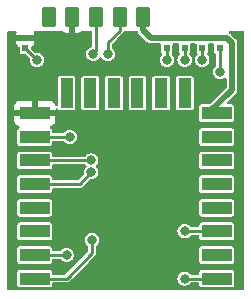
<source format=gbr>
%TF.GenerationSoftware,KiCad,Pcbnew,7.0.10-7.0.10~ubuntu22.04.1*%
%TF.CreationDate,2024-01-12T01:12:04+11:00*%
%TF.ProjectId,Zemismart-ZM25TQ-TYW-ESP8266-Direct-Board,5a656d69-736d-4617-9274-2d5a4d323554,1*%
%TF.SameCoordinates,Original*%
%TF.FileFunction,Copper,L1,Top*%
%TF.FilePolarity,Positive*%
%FSLAX46Y46*%
G04 Gerber Fmt 4.6, Leading zero omitted, Abs format (unit mm)*
G04 Created by KiCad (PCBNEW 7.0.10-7.0.10~ubuntu22.04.1) date 2024-01-12 01:12:04*
%MOMM*%
%LPD*%
G01*
G04 APERTURE LIST*
G04 Aperture macros list*
%AMRoundRect*
0 Rectangle with rounded corners*
0 $1 Rounding radius*
0 $2 $3 $4 $5 $6 $7 $8 $9 X,Y pos of 4 corners*
0 Add a 4 corners polygon primitive as box body*
4,1,4,$2,$3,$4,$5,$6,$7,$8,$9,$2,$3,0*
0 Add four circle primitives for the rounded corners*
1,1,$1+$1,$2,$3*
1,1,$1+$1,$4,$5*
1,1,$1+$1,$6,$7*
1,1,$1+$1,$8,$9*
0 Add four rect primitives between the rounded corners*
20,1,$1+$1,$2,$3,$4,$5,0*
20,1,$1+$1,$4,$5,$6,$7,0*
20,1,$1+$1,$6,$7,$8,$9,0*
20,1,$1+$1,$8,$9,$2,$3,0*%
G04 Aperture macros list end*
%TA.AperFunction,SMDPad,CuDef*%
%ADD10R,0.540005X0.565659*%
%TD*%
%TA.AperFunction,ComponentPad*%
%ADD11RoundRect,0.250000X-0.350000X-0.625000X0.350000X-0.625000X0.350000X0.625000X-0.350000X0.625000X0*%
%TD*%
%TA.AperFunction,SMDPad,CuDef*%
%ADD12R,2.500000X1.100000*%
%TD*%
%TA.AperFunction,SMDPad,CuDef*%
%ADD13R,1.100000X2.500000*%
%TD*%
%TA.AperFunction,ViaPad*%
%ADD14C,0.800000*%
%TD*%
%TA.AperFunction,Conductor*%
%ADD15C,0.500000*%
%TD*%
%TA.AperFunction,Conductor*%
%ADD16C,0.250000*%
%TD*%
G04 APERTURE END LIST*
D10*
%TO.P,R1,1,1*%
%TO.N,VCC*%
X153500000Y-86634366D03*
%TO.P,R1,2,2*%
%TO.N,Net-(U1-REST)*%
X153500000Y-87500000D03*
%TD*%
%TO.P,R3,1,1*%
%TO.N,VCC*%
X152000000Y-86634366D03*
%TO.P,R3,2,2*%
%TO.N,Net-(U1-GPIO0)*%
X152000000Y-87500000D03*
%TD*%
%TO.P,R2,1,1*%
%TO.N,VCC*%
X155000000Y-86634366D03*
%TO.P,R2,2,2*%
%TO.N,Net-(U1-CH_PD)*%
X155000000Y-87500000D03*
%TD*%
D11*
%TO.P,J1,1,NC*%
%TO.N,unconnected-(J1-NC-Pad1)*%
X140494000Y-84836000D03*
%TO.P,J1,2,GND*%
%TO.N,GND*%
X142494000Y-84836000D03*
%TO.P,J1,3,TX*%
%TO.N,Net-(J1-TX)*%
X144494000Y-84836000D03*
%TO.P,J1,4,RX*%
%TO.N,Net-(J1-RX)*%
X146494000Y-84836000D03*
%TO.P,J1,5,3V3*%
%TO.N,VCC*%
X148494000Y-84836000D03*
%TD*%
D12*
%TO.P,U1,1,REST*%
%TO.N,Net-(U1-REST)*%
X154700000Y-107000000D03*
%TO.P,U1,2,ADC*%
%TO.N,unconnected-(U1-ADC-Pad2)*%
X154700000Y-105000000D03*
%TO.P,U1,3,CH_PD*%
%TO.N,Net-(U1-CH_PD)*%
X154700000Y-103000000D03*
%TO.P,U1,4,GPIO16*%
%TO.N,unconnected-(U1-GPIO16-Pad4)*%
X154700000Y-101000000D03*
%TO.P,U1,5,GPIO14*%
%TO.N,unconnected-(U1-GPIO14-Pad5)*%
X154700000Y-99000000D03*
%TO.P,U1,6,GPIO12*%
%TO.N,unconnected-(U1-GPIO12-Pad6)*%
X154700000Y-97000000D03*
%TO.P,U1,7,GPIO13*%
%TO.N,unconnected-(U1-GPIO13-Pad7)*%
X154700000Y-95000000D03*
%TO.P,U1,8,VCC*%
%TO.N,VCC*%
X154700000Y-93000000D03*
%TO.P,U1,9,GND*%
%TO.N,GND*%
X139300000Y-93000000D03*
%TO.P,U1,10,GPIO15*%
%TO.N,Net-(U1-GPIO15)*%
X139300000Y-95000000D03*
%TO.P,U1,11,GPIO2*%
%TO.N,Net-(U1-GPIO2)*%
X139300000Y-97000000D03*
%TO.P,U1,12,GPIO0*%
%TO.N,Net-(U1-GPIO0)*%
X139300000Y-99000000D03*
%TO.P,U1,13,GPIO4*%
%TO.N,unconnected-(U1-GPIO4-Pad13)*%
X139300000Y-101000000D03*
%TO.P,U1,14,GPIO5*%
%TO.N,unconnected-(U1-GPIO5-Pad14)*%
X139300000Y-103000000D03*
%TO.P,U1,15,RXD*%
%TO.N,Net-(J1-RX)*%
X139300000Y-105000000D03*
%TO.P,U1,16,TXD*%
%TO.N,Net-(J1-TX)*%
X139300000Y-107000000D03*
D13*
%TO.P,U1,17,CS0*%
%TO.N,unconnected-(U1-CS0-Pad17)*%
X152010000Y-91300000D03*
%TO.P,U1,18,MISO*%
%TO.N,unconnected-(U1-MISO-Pad18)*%
X150010000Y-91300000D03*
%TO.P,U1,19,GPIO9*%
%TO.N,unconnected-(U1-GPIO9-Pad19)*%
X148010000Y-91300000D03*
%TO.P,U1,20,GPIO10*%
%TO.N,unconnected-(U1-GPIO10-Pad20)*%
X146010000Y-91300000D03*
%TO.P,U1,21,MOSI*%
%TO.N,unconnected-(U1-MOSI-Pad21)*%
X144010000Y-91300000D03*
%TO.P,U1,22,SCLK*%
%TO.N,unconnected-(U1-SCLK-Pad22)*%
X142010000Y-91300000D03*
%TD*%
D10*
%TO.P,R5,1,1*%
%TO.N,GND*%
X138500000Y-86634366D03*
%TO.P,R5,2,2*%
%TO.N,Net-(U1-GPIO15)*%
X138500000Y-87500000D03*
%TD*%
%TO.P,R4,1,1*%
%TO.N,VCC*%
X150500000Y-86634366D03*
%TO.P,R4,2,2*%
%TO.N,Net-(U1-GPIO2)*%
X150500000Y-87500000D03*
%TD*%
D14*
%TO.N,Net-(J1-TX)*%
X144152000Y-103737347D03*
X144275926Y-87988660D03*
%TO.N,Net-(J1-RX)*%
X145500000Y-88000000D03*
X142000000Y-105000000D03*
%TO.N,Net-(U1-REST)*%
X153500000Y-88500000D03*
X152000000Y-107000000D03*
%TO.N,Net-(U1-CH_PD)*%
X155000000Y-89500000D03*
X152000000Y-103000000D03*
%TO.N,Net-(U1-GPIO0)*%
X152000000Y-88500000D03*
X144102000Y-98000000D03*
%TO.N,Net-(U1-GPIO2)*%
X144102000Y-97000000D03*
X150500000Y-88500000D03*
%TO.N,Net-(U1-GPIO15)*%
X142275000Y-95000000D03*
X139500000Y-88500000D03*
%TD*%
D15*
%TO.N,GND*%
X142494000Y-86494000D02*
X142500000Y-86500000D01*
X142494000Y-84836000D02*
X142494000Y-86494000D01*
D16*
%TO.N,Net-(J1-TX)*%
X144152000Y-103737347D02*
X144152000Y-104848000D01*
X144275926Y-87988660D02*
X144494000Y-87770586D01*
X142000000Y-107000000D02*
X140000000Y-107000000D01*
X144152000Y-104848000D02*
X142000000Y-107000000D01*
X144494000Y-87770586D02*
X144494000Y-84836000D01*
%TO.N,Net-(J1-RX)*%
X145500000Y-88000000D02*
X145500000Y-87000000D01*
X145500000Y-87000000D02*
X146494000Y-86006000D01*
X142000000Y-105000000D02*
X140000000Y-105000000D01*
X146494000Y-86006000D02*
X146494000Y-84836000D01*
D15*
%TO.N,VCC*%
X153500000Y-86634366D02*
X155587197Y-86634366D01*
X156000000Y-91000000D02*
X154000000Y-93000000D01*
X149134366Y-86634366D02*
X148494000Y-85994000D01*
X152000000Y-86634366D02*
X153500000Y-86634366D01*
X150500000Y-86634366D02*
X152000000Y-86634366D01*
X156000000Y-87047169D02*
X156000000Y-91000000D01*
X150500000Y-86634366D02*
X149134366Y-86634366D01*
X155587197Y-86634366D02*
X156000000Y-87047169D01*
X148494000Y-85994000D02*
X148494000Y-84836000D01*
D16*
%TO.N,Net-(U1-REST)*%
X153500000Y-87500000D02*
X153500000Y-88500000D01*
X152000000Y-107000000D02*
X154000000Y-107000000D01*
%TO.N,Net-(U1-CH_PD)*%
X152000000Y-103000000D02*
X154000000Y-103000000D01*
X155000000Y-87500000D02*
X155000000Y-89500000D01*
%TO.N,Net-(U1-GPIO0)*%
X152000000Y-87500000D02*
X152000000Y-88500000D01*
X143102000Y-99000000D02*
X140000000Y-99000000D01*
X144102000Y-98000000D02*
X143102000Y-99000000D01*
%TO.N,Net-(U1-GPIO2)*%
X144102000Y-97000000D02*
X140000000Y-97000000D01*
X150500000Y-87500000D02*
X150500000Y-88500000D01*
%TO.N,Net-(U1-GPIO15)*%
X138500000Y-87500000D02*
X139500000Y-88500000D01*
X142275000Y-95000000D02*
X140000000Y-95000000D01*
%TD*%
%TA.AperFunction,Conductor*%
%TO.N,GND*%
G36*
X137715910Y-86019685D02*
G01*
X137761665Y-86072489D01*
X137771609Y-86141647D01*
X137765053Y-86167333D01*
X137736400Y-86244155D01*
X137736398Y-86244163D01*
X137729997Y-86303691D01*
X137729997Y-86384366D01*
X139270003Y-86384366D01*
X139270003Y-86303708D01*
X139270002Y-86303691D01*
X139263601Y-86244163D01*
X139263599Y-86244155D01*
X139234947Y-86167333D01*
X139229963Y-86097641D01*
X139263449Y-86036318D01*
X139324772Y-86002834D01*
X139351129Y-86000000D01*
X141570977Y-86000000D01*
X141638016Y-86019685D01*
X141658658Y-86036319D01*
X141675654Y-86053315D01*
X141824875Y-86145356D01*
X141824880Y-86145358D01*
X141991302Y-86200505D01*
X141991309Y-86200506D01*
X142094019Y-86210999D01*
X142243999Y-86210999D01*
X142244000Y-86210998D01*
X142244000Y-86000000D01*
X142744000Y-86000000D01*
X142744000Y-86210999D01*
X142893972Y-86210999D01*
X142893986Y-86210998D01*
X142996697Y-86200505D01*
X143163119Y-86145358D01*
X143163124Y-86145356D01*
X143312345Y-86053315D01*
X143329342Y-86036319D01*
X143390665Y-86002834D01*
X143417023Y-86000000D01*
X144044500Y-86000000D01*
X144111539Y-86019685D01*
X144157294Y-86072489D01*
X144168500Y-86124000D01*
X144168500Y-87300326D01*
X144148815Y-87367365D01*
X144096011Y-87413120D01*
X144091953Y-87414887D01*
X143973086Y-87464123D01*
X143847644Y-87560378D01*
X143751389Y-87685820D01*
X143690882Y-87831897D01*
X143690881Y-87831899D01*
X143670244Y-87988658D01*
X143670244Y-87988661D01*
X143690881Y-88145420D01*
X143690882Y-88145422D01*
X143751390Y-88291501D01*
X143847644Y-88416942D01*
X143973085Y-88513196D01*
X144119164Y-88573704D01*
X144197545Y-88584023D01*
X144275925Y-88594342D01*
X144275926Y-88594342D01*
X144275927Y-88594342D01*
X144328180Y-88587462D01*
X144432688Y-88573704D01*
X144578767Y-88513196D01*
X144704208Y-88416942D01*
X144785237Y-88311341D01*
X144841664Y-88270140D01*
X144911410Y-88265985D01*
X144972330Y-88300197D01*
X144981988Y-88311343D01*
X145063016Y-88416942D01*
X145071718Y-88428282D01*
X145197159Y-88524536D01*
X145343238Y-88585044D01*
X145413864Y-88594342D01*
X145499999Y-88605682D01*
X145500000Y-88605682D01*
X145500001Y-88605682D01*
X145586136Y-88594342D01*
X145656762Y-88585044D01*
X145802841Y-88524536D01*
X145928282Y-88428282D01*
X146024536Y-88302841D01*
X146085044Y-88156762D01*
X146105682Y-88000000D01*
X146103487Y-87983330D01*
X146085044Y-87843239D01*
X146085044Y-87843238D01*
X146024536Y-87697159D01*
X145928282Y-87571718D01*
X145928280Y-87571716D01*
X145928279Y-87571715D01*
X145874012Y-87530074D01*
X145832810Y-87473646D01*
X145825500Y-87431699D01*
X145825500Y-87186188D01*
X145845185Y-87119149D01*
X145861819Y-87098507D01*
X146285193Y-86675133D01*
X146710296Y-86250029D01*
X146718249Y-86242741D01*
X146747194Y-86218455D01*
X146766082Y-86185738D01*
X146771881Y-86176635D01*
X146793554Y-86145684D01*
X146793554Y-86145681D01*
X146795819Y-86140824D01*
X146802747Y-86124099D01*
X146804586Y-86119048D01*
X146804588Y-86119045D01*
X146807511Y-86102468D01*
X146838538Y-86039865D01*
X146898485Y-86003974D01*
X146929627Y-86000000D01*
X147932605Y-86000000D01*
X147999644Y-86019685D01*
X148045399Y-86072489D01*
X148055220Y-86105518D01*
X148058652Y-86128291D01*
X148061162Y-86136427D01*
X148063976Y-86144470D01*
X148063976Y-86144471D01*
X148063977Y-86144472D01*
X148084797Y-86183866D01*
X148090688Y-86195011D01*
X148092776Y-86199149D01*
X148117574Y-86250641D01*
X148122362Y-86257665D01*
X148127431Y-86264532D01*
X148127434Y-86264538D01*
X148127438Y-86264542D01*
X148167846Y-86304950D01*
X148171063Y-86308289D01*
X148209947Y-86350196D01*
X148217210Y-86355988D01*
X148216689Y-86356641D01*
X148228930Y-86366034D01*
X148792996Y-86930099D01*
X148802261Y-86940466D01*
X148824487Y-86968336D01*
X148824489Y-86968338D01*
X148871729Y-87000546D01*
X148875511Y-87003229D01*
X148921484Y-87037159D01*
X148929031Y-87041147D01*
X148936688Y-87044834D01*
X148936693Y-87044838D01*
X148991349Y-87061696D01*
X148995708Y-87063131D01*
X149049666Y-87082012D01*
X149049671Y-87082012D01*
X149058064Y-87083600D01*
X149066461Y-87084866D01*
X149066464Y-87084866D01*
X149123627Y-87084866D01*
X149128264Y-87084953D01*
X149185375Y-87087090D01*
X149185375Y-87087089D01*
X149185376Y-87087090D01*
X149185376Y-87087089D01*
X149194609Y-87086050D01*
X149194702Y-87086879D01*
X149210002Y-87084866D01*
X149905497Y-87084866D01*
X149972536Y-87104551D01*
X150018291Y-87157355D01*
X150029497Y-87208866D01*
X150029497Y-87802582D01*
X150041128Y-87861059D01*
X150041129Y-87861060D01*
X150081240Y-87921090D01*
X150102118Y-87987767D01*
X150083634Y-88055148D01*
X150076514Y-88065467D01*
X149975464Y-88197157D01*
X149914956Y-88343237D01*
X149914955Y-88343239D01*
X149894318Y-88499998D01*
X149894318Y-88500001D01*
X149914955Y-88656760D01*
X149914956Y-88656762D01*
X149975464Y-88802841D01*
X150071718Y-88928282D01*
X150197159Y-89024536D01*
X150343238Y-89085044D01*
X150421619Y-89095363D01*
X150499999Y-89105682D01*
X150500000Y-89105682D01*
X150500001Y-89105682D01*
X150552254Y-89098802D01*
X150656762Y-89085044D01*
X150802841Y-89024536D01*
X150928282Y-88928282D01*
X151024536Y-88802841D01*
X151085044Y-88656762D01*
X151105682Y-88500000D01*
X151085044Y-88343238D01*
X151024536Y-88197159D01*
X150928282Y-88071718D01*
X150928279Y-88071715D01*
X150923485Y-88065468D01*
X150898291Y-88000298D01*
X150912329Y-87931854D01*
X150918760Y-87921089D01*
X150958870Y-87861061D01*
X150958871Y-87861059D01*
X150970502Y-87802582D01*
X150970503Y-87802580D01*
X150970503Y-87208866D01*
X150990188Y-87141827D01*
X151042992Y-87096072D01*
X151094503Y-87084866D01*
X151405497Y-87084866D01*
X151472536Y-87104551D01*
X151518291Y-87157355D01*
X151529497Y-87208866D01*
X151529497Y-87802582D01*
X151541128Y-87861059D01*
X151541129Y-87861060D01*
X151581240Y-87921090D01*
X151602118Y-87987767D01*
X151583634Y-88055148D01*
X151576514Y-88065467D01*
X151475464Y-88197157D01*
X151414956Y-88343237D01*
X151414955Y-88343239D01*
X151394318Y-88499998D01*
X151394318Y-88500001D01*
X151414955Y-88656760D01*
X151414956Y-88656762D01*
X151475464Y-88802841D01*
X151571718Y-88928282D01*
X151697159Y-89024536D01*
X151843238Y-89085044D01*
X151921619Y-89095363D01*
X151999999Y-89105682D01*
X152000000Y-89105682D01*
X152000001Y-89105682D01*
X152052254Y-89098802D01*
X152156762Y-89085044D01*
X152302841Y-89024536D01*
X152428282Y-88928282D01*
X152524536Y-88802841D01*
X152585044Y-88656762D01*
X152605682Y-88500000D01*
X152585044Y-88343238D01*
X152524536Y-88197159D01*
X152428282Y-88071718D01*
X152428279Y-88071715D01*
X152423485Y-88065468D01*
X152398291Y-88000298D01*
X152412329Y-87931854D01*
X152418760Y-87921089D01*
X152458870Y-87861061D01*
X152458871Y-87861059D01*
X152470502Y-87802582D01*
X152470503Y-87802580D01*
X152470503Y-87208866D01*
X152490188Y-87141827D01*
X152542992Y-87096072D01*
X152594503Y-87084866D01*
X152905497Y-87084866D01*
X152972536Y-87104551D01*
X153018291Y-87157355D01*
X153029497Y-87208866D01*
X153029497Y-87802582D01*
X153041128Y-87861059D01*
X153041129Y-87861060D01*
X153081240Y-87921090D01*
X153102118Y-87987767D01*
X153083634Y-88055148D01*
X153076514Y-88065467D01*
X152975464Y-88197157D01*
X152914956Y-88343237D01*
X152914955Y-88343239D01*
X152894318Y-88499998D01*
X152894318Y-88500001D01*
X152914955Y-88656760D01*
X152914956Y-88656762D01*
X152975464Y-88802841D01*
X153071718Y-88928282D01*
X153197159Y-89024536D01*
X153343238Y-89085044D01*
X153421619Y-89095363D01*
X153499999Y-89105682D01*
X153500000Y-89105682D01*
X153500001Y-89105682D01*
X153552254Y-89098802D01*
X153656762Y-89085044D01*
X153802841Y-89024536D01*
X153928282Y-88928282D01*
X154024536Y-88802841D01*
X154085044Y-88656762D01*
X154105682Y-88500000D01*
X154085044Y-88343238D01*
X154024536Y-88197159D01*
X153928282Y-88071718D01*
X153928279Y-88071715D01*
X153923485Y-88065468D01*
X153898291Y-88000298D01*
X153912329Y-87931854D01*
X153918760Y-87921089D01*
X153958870Y-87861061D01*
X153958871Y-87861059D01*
X153970502Y-87802582D01*
X153970503Y-87802580D01*
X153970503Y-87208866D01*
X153990188Y-87141827D01*
X154042992Y-87096072D01*
X154094503Y-87084866D01*
X154405497Y-87084866D01*
X154472536Y-87104551D01*
X154518291Y-87157355D01*
X154529497Y-87208866D01*
X154529497Y-87802582D01*
X154541128Y-87861059D01*
X154541129Y-87861060D01*
X154581241Y-87921090D01*
X154585445Y-87927382D01*
X154619391Y-87950064D01*
X154664196Y-88003675D01*
X154674500Y-88053166D01*
X154674500Y-88931699D01*
X154654815Y-88998738D01*
X154625988Y-89030074D01*
X154571720Y-89071715D01*
X154475463Y-89197160D01*
X154414956Y-89343237D01*
X154414955Y-89343239D01*
X154394318Y-89499998D01*
X154394318Y-89500001D01*
X154414955Y-89656760D01*
X154414956Y-89656762D01*
X154475464Y-89802841D01*
X154571718Y-89928282D01*
X154697159Y-90024536D01*
X154843238Y-90085044D01*
X154855931Y-90086715D01*
X154999999Y-90105682D01*
X155000000Y-90105682D01*
X155000001Y-90105682D01*
X155052254Y-90098802D01*
X155156762Y-90085044D01*
X155302841Y-90024536D01*
X155350014Y-89988338D01*
X155415183Y-89963145D01*
X155483627Y-89977183D01*
X155533617Y-90025997D01*
X155549500Y-90086715D01*
X155549500Y-90762035D01*
X155529815Y-90829074D01*
X155513181Y-90849716D01*
X154149716Y-92213181D01*
X154088393Y-92246666D01*
X154062035Y-92249500D01*
X153430247Y-92249500D01*
X153371770Y-92261131D01*
X153371769Y-92261132D01*
X153305447Y-92305447D01*
X153261132Y-92371769D01*
X153261131Y-92371770D01*
X153249500Y-92430247D01*
X153249500Y-93569752D01*
X153261131Y-93628229D01*
X153261132Y-93628230D01*
X153305447Y-93694552D01*
X153371769Y-93738867D01*
X153371770Y-93738868D01*
X153430247Y-93750499D01*
X153430250Y-93750500D01*
X153430252Y-93750500D01*
X155969750Y-93750500D01*
X155969751Y-93750499D01*
X155984568Y-93747552D01*
X156028229Y-93738868D01*
X156028229Y-93738867D01*
X156028231Y-93738867D01*
X156094552Y-93694552D01*
X156138867Y-93628231D01*
X156138867Y-93628229D01*
X156138868Y-93628229D01*
X156150499Y-93569752D01*
X156150500Y-93569750D01*
X156150500Y-92430249D01*
X156150499Y-92430247D01*
X156138868Y-92371770D01*
X156138867Y-92371769D01*
X156094552Y-92305447D01*
X156028230Y-92261132D01*
X156028229Y-92261131D01*
X155969752Y-92249500D01*
X155969748Y-92249500D01*
X155686965Y-92249500D01*
X155619926Y-92229815D01*
X155574171Y-92177011D01*
X155564227Y-92107853D01*
X155593252Y-92044297D01*
X155599284Y-92037819D01*
X155729787Y-91907314D01*
X156295744Y-91341357D01*
X156306093Y-91332109D01*
X156333970Y-91309879D01*
X156366198Y-91262607D01*
X156368812Y-91258923D01*
X156402793Y-91212882D01*
X156402793Y-91212879D01*
X156402795Y-91212878D01*
X156406787Y-91205324D01*
X156410471Y-91197675D01*
X156427324Y-91143035D01*
X156428762Y-91138662D01*
X156447646Y-91084699D01*
X156447646Y-91084696D01*
X156449232Y-91076311D01*
X156450500Y-91067904D01*
X156450500Y-91010738D01*
X156450587Y-91006100D01*
X156452724Y-90948992D01*
X156451684Y-90939761D01*
X156452513Y-90939667D01*
X156450500Y-90924366D01*
X156450500Y-87079430D01*
X156451280Y-87065545D01*
X156451716Y-87061681D01*
X156455270Y-87030134D01*
X156444637Y-86973939D01*
X156443864Y-86969386D01*
X156443209Y-86965040D01*
X156435348Y-86912882D01*
X156435347Y-86912880D01*
X156435347Y-86912878D01*
X156432831Y-86904721D01*
X156430024Y-86896697D01*
X156403306Y-86846146D01*
X156401215Y-86842004D01*
X156376424Y-86790525D01*
X156371642Y-86783511D01*
X156366567Y-86776635D01*
X156366566Y-86776632D01*
X156326165Y-86736231D01*
X156322947Y-86732890D01*
X156284060Y-86690978D01*
X156276792Y-86685183D01*
X156277312Y-86684530D01*
X156265067Y-86675133D01*
X155928565Y-86338631D01*
X155919299Y-86328263D01*
X155903370Y-86308289D01*
X155897076Y-86300396D01*
X155897075Y-86300395D01*
X155897074Y-86300394D01*
X155871547Y-86282990D01*
X155849830Y-86268184D01*
X155846066Y-86265513D01*
X155792602Y-86226054D01*
X155794101Y-86224022D01*
X155753902Y-86184907D01*
X155738120Y-86116844D01*
X155761641Y-86051052D01*
X155816997Y-86008421D01*
X155861913Y-86000000D01*
X156875500Y-86000000D01*
X156942539Y-86019685D01*
X156988294Y-86072489D01*
X156999500Y-86124000D01*
X156999500Y-107875500D01*
X156979815Y-107942539D01*
X156927011Y-107988294D01*
X156875500Y-107999500D01*
X137124500Y-107999500D01*
X137057461Y-107979815D01*
X137011706Y-107927011D01*
X137000500Y-107875500D01*
X137000500Y-107569752D01*
X137849500Y-107569752D01*
X137861131Y-107628229D01*
X137861132Y-107628230D01*
X137905447Y-107694552D01*
X137971769Y-107738867D01*
X137971770Y-107738868D01*
X138030247Y-107750499D01*
X138030250Y-107750500D01*
X138030252Y-107750500D01*
X140569750Y-107750500D01*
X140569751Y-107750499D01*
X140584568Y-107747552D01*
X140628229Y-107738868D01*
X140628229Y-107738867D01*
X140628231Y-107738867D01*
X140694552Y-107694552D01*
X140738867Y-107628231D01*
X140738867Y-107628229D01*
X140738868Y-107628229D01*
X140750499Y-107569752D01*
X140750500Y-107569750D01*
X140750500Y-107449500D01*
X140770185Y-107382461D01*
X140822989Y-107336706D01*
X140874500Y-107325500D01*
X141980372Y-107325500D01*
X141991180Y-107325971D01*
X142028807Y-107329264D01*
X142065319Y-107319479D01*
X142075830Y-107317149D01*
X142113045Y-107310588D01*
X142113050Y-107310584D01*
X142118099Y-107308747D01*
X142134824Y-107301819D01*
X142139681Y-107299554D01*
X142139684Y-107299554D01*
X142170625Y-107277887D01*
X142179744Y-107272079D01*
X142212455Y-107253194D01*
X142212457Y-107253192D01*
X142236736Y-107224256D01*
X142244036Y-107216288D01*
X142460323Y-107000001D01*
X151394318Y-107000001D01*
X151414955Y-107156760D01*
X151414956Y-107156762D01*
X151465130Y-107277894D01*
X151475464Y-107302841D01*
X151571718Y-107428282D01*
X151697159Y-107524536D01*
X151843238Y-107585044D01*
X151921619Y-107595363D01*
X151999999Y-107605682D01*
X152000000Y-107605682D01*
X152000001Y-107605682D01*
X152052254Y-107598802D01*
X152156762Y-107585044D01*
X152302841Y-107524536D01*
X152428282Y-107428282D01*
X152469923Y-107374013D01*
X152526351Y-107332811D01*
X152568299Y-107325500D01*
X153125500Y-107325500D01*
X153192539Y-107345185D01*
X153238294Y-107397989D01*
X153249500Y-107449500D01*
X153249500Y-107569752D01*
X153261131Y-107628229D01*
X153261132Y-107628230D01*
X153305447Y-107694552D01*
X153371769Y-107738867D01*
X153371770Y-107738868D01*
X153430247Y-107750499D01*
X153430250Y-107750500D01*
X153430252Y-107750500D01*
X155969750Y-107750500D01*
X155969751Y-107750499D01*
X155984568Y-107747552D01*
X156028229Y-107738868D01*
X156028229Y-107738867D01*
X156028231Y-107738867D01*
X156094552Y-107694552D01*
X156138867Y-107628231D01*
X156138867Y-107628229D01*
X156138868Y-107628229D01*
X156150499Y-107569752D01*
X156150500Y-107569750D01*
X156150500Y-106430249D01*
X156150499Y-106430247D01*
X156138868Y-106371770D01*
X156138867Y-106371769D01*
X156094552Y-106305447D01*
X156028230Y-106261132D01*
X156028229Y-106261131D01*
X155969752Y-106249500D01*
X155969748Y-106249500D01*
X153430252Y-106249500D01*
X153430247Y-106249500D01*
X153371770Y-106261131D01*
X153371769Y-106261132D01*
X153305447Y-106305447D01*
X153261132Y-106371769D01*
X153261131Y-106371770D01*
X153249500Y-106430247D01*
X153249500Y-106550500D01*
X153229815Y-106617539D01*
X153177011Y-106663294D01*
X153125500Y-106674500D01*
X152568299Y-106674500D01*
X152501260Y-106654815D01*
X152469923Y-106625986D01*
X152463441Y-106617539D01*
X152428282Y-106571718D01*
X152302841Y-106475464D01*
X152156762Y-106414956D01*
X152156760Y-106414955D01*
X152000001Y-106394318D01*
X151999999Y-106394318D01*
X151843239Y-106414955D01*
X151843237Y-106414956D01*
X151697160Y-106475463D01*
X151571718Y-106571718D01*
X151475463Y-106697160D01*
X151414956Y-106843237D01*
X151414955Y-106843239D01*
X151394318Y-106999998D01*
X151394318Y-107000001D01*
X142460323Y-107000001D01*
X143890572Y-105569752D01*
X153249500Y-105569752D01*
X153261131Y-105628229D01*
X153261132Y-105628230D01*
X153305447Y-105694552D01*
X153371769Y-105738867D01*
X153371770Y-105738868D01*
X153430247Y-105750499D01*
X153430250Y-105750500D01*
X153430252Y-105750500D01*
X155969750Y-105750500D01*
X155969751Y-105750499D01*
X155984568Y-105747552D01*
X156028229Y-105738868D01*
X156028229Y-105738867D01*
X156028231Y-105738867D01*
X156094552Y-105694552D01*
X156138867Y-105628231D01*
X156138867Y-105628229D01*
X156138868Y-105628229D01*
X156150499Y-105569752D01*
X156150500Y-105569750D01*
X156150500Y-104430249D01*
X156150499Y-104430247D01*
X156138868Y-104371770D01*
X156138867Y-104371769D01*
X156094552Y-104305447D01*
X156028230Y-104261132D01*
X156028229Y-104261131D01*
X155969752Y-104249500D01*
X155969748Y-104249500D01*
X153430252Y-104249500D01*
X153430247Y-104249500D01*
X153371770Y-104261131D01*
X153371769Y-104261132D01*
X153305447Y-104305447D01*
X153261132Y-104371769D01*
X153261131Y-104371770D01*
X153249500Y-104430247D01*
X153249500Y-105569752D01*
X143890572Y-105569752D01*
X144368290Y-105092034D01*
X144376243Y-105084746D01*
X144405194Y-105060455D01*
X144424082Y-105027739D01*
X144429887Y-105018625D01*
X144451554Y-104987684D01*
X144451554Y-104987681D01*
X144453819Y-104982824D01*
X144460747Y-104966099D01*
X144462584Y-104961050D01*
X144462588Y-104961045D01*
X144469149Y-104923830D01*
X144471479Y-104913319D01*
X144481264Y-104876807D01*
X144477972Y-104839177D01*
X144477500Y-104828369D01*
X144477500Y-104305645D01*
X144497185Y-104238606D01*
X144526010Y-104207272D01*
X144580282Y-104165629D01*
X144676536Y-104040188D01*
X144737044Y-103894109D01*
X144757682Y-103737347D01*
X144737044Y-103580585D01*
X144676536Y-103434506D01*
X144580282Y-103309065D01*
X144454841Y-103212811D01*
X144308762Y-103152303D01*
X144308760Y-103152302D01*
X144152001Y-103131665D01*
X144151999Y-103131665D01*
X143995239Y-103152302D01*
X143995237Y-103152303D01*
X143849160Y-103212810D01*
X143723718Y-103309065D01*
X143627463Y-103434507D01*
X143566956Y-103580584D01*
X143566955Y-103580586D01*
X143546318Y-103737345D01*
X143546318Y-103737348D01*
X143566955Y-103894107D01*
X143566956Y-103894109D01*
X143627464Y-104040188D01*
X143723718Y-104165629D01*
X143777987Y-104207271D01*
X143819189Y-104263696D01*
X143826500Y-104305645D01*
X143826500Y-104661812D01*
X143806815Y-104728851D01*
X143790181Y-104749493D01*
X141901493Y-106638181D01*
X141840170Y-106671666D01*
X141813812Y-106674500D01*
X140874500Y-106674500D01*
X140807461Y-106654815D01*
X140761706Y-106602011D01*
X140750500Y-106550500D01*
X140750500Y-106430249D01*
X140750499Y-106430247D01*
X140738868Y-106371770D01*
X140738867Y-106371769D01*
X140694552Y-106305447D01*
X140628230Y-106261132D01*
X140628229Y-106261131D01*
X140569752Y-106249500D01*
X140569748Y-106249500D01*
X138030252Y-106249500D01*
X138030247Y-106249500D01*
X137971770Y-106261131D01*
X137971769Y-106261132D01*
X137905447Y-106305447D01*
X137861132Y-106371769D01*
X137861131Y-106371770D01*
X137849500Y-106430247D01*
X137849500Y-107569752D01*
X137000500Y-107569752D01*
X137000500Y-105569752D01*
X137849500Y-105569752D01*
X137861131Y-105628229D01*
X137861132Y-105628230D01*
X137905447Y-105694552D01*
X137971769Y-105738867D01*
X137971770Y-105738868D01*
X138030247Y-105750499D01*
X138030250Y-105750500D01*
X138030252Y-105750500D01*
X140569750Y-105750500D01*
X140569751Y-105750499D01*
X140584568Y-105747552D01*
X140628229Y-105738868D01*
X140628229Y-105738867D01*
X140628231Y-105738867D01*
X140694552Y-105694552D01*
X140738867Y-105628231D01*
X140738867Y-105628229D01*
X140738868Y-105628229D01*
X140750499Y-105569752D01*
X140750500Y-105569750D01*
X140750500Y-105449500D01*
X140770185Y-105382461D01*
X140822989Y-105336706D01*
X140874500Y-105325500D01*
X141431701Y-105325500D01*
X141498740Y-105345185D01*
X141530076Y-105374013D01*
X141571718Y-105428282D01*
X141697159Y-105524536D01*
X141843238Y-105585044D01*
X141921619Y-105595363D01*
X141999999Y-105605682D01*
X142000000Y-105605682D01*
X142000001Y-105605682D01*
X142052254Y-105598802D01*
X142156762Y-105585044D01*
X142302841Y-105524536D01*
X142428282Y-105428282D01*
X142524536Y-105302841D01*
X142585044Y-105156762D01*
X142598802Y-105052254D01*
X142605682Y-105000001D01*
X142605682Y-104999998D01*
X142585044Y-104843239D01*
X142585044Y-104843238D01*
X142524536Y-104697159D01*
X142428282Y-104571718D01*
X142302841Y-104475464D01*
X142156762Y-104414956D01*
X142156760Y-104414955D01*
X142000001Y-104394318D01*
X141999999Y-104394318D01*
X141843239Y-104414955D01*
X141843237Y-104414956D01*
X141697160Y-104475463D01*
X141571716Y-104571719D01*
X141530077Y-104625986D01*
X141473649Y-104667189D01*
X141431701Y-104674500D01*
X140874500Y-104674500D01*
X140807461Y-104654815D01*
X140761706Y-104602011D01*
X140750500Y-104550500D01*
X140750500Y-104430249D01*
X140750499Y-104430247D01*
X140738868Y-104371770D01*
X140738867Y-104371769D01*
X140694552Y-104305447D01*
X140628230Y-104261132D01*
X140628229Y-104261131D01*
X140569752Y-104249500D01*
X140569748Y-104249500D01*
X138030252Y-104249500D01*
X138030247Y-104249500D01*
X137971770Y-104261131D01*
X137971769Y-104261132D01*
X137905447Y-104305447D01*
X137861132Y-104371769D01*
X137861131Y-104371770D01*
X137849500Y-104430247D01*
X137849500Y-105569752D01*
X137000500Y-105569752D01*
X137000500Y-103569752D01*
X137849500Y-103569752D01*
X137861131Y-103628229D01*
X137861132Y-103628230D01*
X137905447Y-103694552D01*
X137971769Y-103738867D01*
X137971770Y-103738868D01*
X138030247Y-103750499D01*
X138030250Y-103750500D01*
X138030252Y-103750500D01*
X140569750Y-103750500D01*
X140569751Y-103750499D01*
X140584568Y-103747552D01*
X140628229Y-103738868D01*
X140628229Y-103738867D01*
X140628231Y-103738867D01*
X140694552Y-103694552D01*
X140738867Y-103628231D01*
X140738867Y-103628229D01*
X140738868Y-103628229D01*
X140750499Y-103569752D01*
X140750500Y-103569750D01*
X140750500Y-103000001D01*
X151394318Y-103000001D01*
X151414955Y-103156760D01*
X151414956Y-103156762D01*
X151475464Y-103302841D01*
X151571718Y-103428282D01*
X151697159Y-103524536D01*
X151843238Y-103585044D01*
X151921619Y-103595363D01*
X151999999Y-103605682D01*
X152000000Y-103605682D01*
X152000001Y-103605682D01*
X152052254Y-103598802D01*
X152156762Y-103585044D01*
X152302841Y-103524536D01*
X152428282Y-103428282D01*
X152469923Y-103374013D01*
X152526351Y-103332811D01*
X152568299Y-103325500D01*
X153125500Y-103325500D01*
X153192539Y-103345185D01*
X153238294Y-103397989D01*
X153249500Y-103449500D01*
X153249500Y-103569752D01*
X153261131Y-103628229D01*
X153261132Y-103628230D01*
X153305447Y-103694552D01*
X153371769Y-103738867D01*
X153371770Y-103738868D01*
X153430247Y-103750499D01*
X153430250Y-103750500D01*
X153430252Y-103750500D01*
X155969750Y-103750500D01*
X155969751Y-103750499D01*
X155984568Y-103747552D01*
X156028229Y-103738868D01*
X156028229Y-103738867D01*
X156028231Y-103738867D01*
X156094552Y-103694552D01*
X156138867Y-103628231D01*
X156138867Y-103628229D01*
X156138868Y-103628229D01*
X156150499Y-103569752D01*
X156150500Y-103569750D01*
X156150500Y-102430249D01*
X156150499Y-102430247D01*
X156138868Y-102371770D01*
X156138867Y-102371769D01*
X156094552Y-102305447D01*
X156028230Y-102261132D01*
X156028229Y-102261131D01*
X155969752Y-102249500D01*
X155969748Y-102249500D01*
X153430252Y-102249500D01*
X153430247Y-102249500D01*
X153371770Y-102261131D01*
X153371769Y-102261132D01*
X153305447Y-102305447D01*
X153261132Y-102371769D01*
X153261131Y-102371770D01*
X153249500Y-102430247D01*
X153249500Y-102550500D01*
X153229815Y-102617539D01*
X153177011Y-102663294D01*
X153125500Y-102674500D01*
X152568299Y-102674500D01*
X152501260Y-102654815D01*
X152469923Y-102625986D01*
X152463441Y-102617539D01*
X152428282Y-102571718D01*
X152302841Y-102475464D01*
X152156762Y-102414956D01*
X152156760Y-102414955D01*
X152000001Y-102394318D01*
X151999999Y-102394318D01*
X151843239Y-102414955D01*
X151843237Y-102414956D01*
X151697160Y-102475463D01*
X151571718Y-102571718D01*
X151475463Y-102697160D01*
X151414956Y-102843237D01*
X151414955Y-102843239D01*
X151394318Y-102999998D01*
X151394318Y-103000001D01*
X140750500Y-103000001D01*
X140750500Y-102430249D01*
X140750499Y-102430247D01*
X140738868Y-102371770D01*
X140738867Y-102371769D01*
X140694552Y-102305447D01*
X140628230Y-102261132D01*
X140628229Y-102261131D01*
X140569752Y-102249500D01*
X140569748Y-102249500D01*
X138030252Y-102249500D01*
X138030247Y-102249500D01*
X137971770Y-102261131D01*
X137971769Y-102261132D01*
X137905447Y-102305447D01*
X137861132Y-102371769D01*
X137861131Y-102371770D01*
X137849500Y-102430247D01*
X137849500Y-103569752D01*
X137000500Y-103569752D01*
X137000500Y-101569752D01*
X137849500Y-101569752D01*
X137861131Y-101628229D01*
X137861132Y-101628230D01*
X137905447Y-101694552D01*
X137971769Y-101738867D01*
X137971770Y-101738868D01*
X138030247Y-101750499D01*
X138030250Y-101750500D01*
X138030252Y-101750500D01*
X140569750Y-101750500D01*
X140569751Y-101750499D01*
X140584568Y-101747552D01*
X140628229Y-101738868D01*
X140628229Y-101738867D01*
X140628231Y-101738867D01*
X140694552Y-101694552D01*
X140738867Y-101628231D01*
X140738867Y-101628229D01*
X140738868Y-101628229D01*
X140750499Y-101569752D01*
X153249500Y-101569752D01*
X153261131Y-101628229D01*
X153261132Y-101628230D01*
X153305447Y-101694552D01*
X153371769Y-101738867D01*
X153371770Y-101738868D01*
X153430247Y-101750499D01*
X153430250Y-101750500D01*
X153430252Y-101750500D01*
X155969750Y-101750500D01*
X155969751Y-101750499D01*
X155984568Y-101747552D01*
X156028229Y-101738868D01*
X156028229Y-101738867D01*
X156028231Y-101738867D01*
X156094552Y-101694552D01*
X156138867Y-101628231D01*
X156138867Y-101628229D01*
X156138868Y-101628229D01*
X156150499Y-101569752D01*
X156150500Y-101569750D01*
X156150500Y-100430249D01*
X156150499Y-100430247D01*
X156138868Y-100371770D01*
X156138867Y-100371769D01*
X156094552Y-100305447D01*
X156028230Y-100261132D01*
X156028229Y-100261131D01*
X155969752Y-100249500D01*
X155969748Y-100249500D01*
X153430252Y-100249500D01*
X153430247Y-100249500D01*
X153371770Y-100261131D01*
X153371769Y-100261132D01*
X153305447Y-100305447D01*
X153261132Y-100371769D01*
X153261131Y-100371770D01*
X153249500Y-100430247D01*
X153249500Y-101569752D01*
X140750499Y-101569752D01*
X140750500Y-101569750D01*
X140750500Y-100430249D01*
X140750499Y-100430247D01*
X140738868Y-100371770D01*
X140738867Y-100371769D01*
X140694552Y-100305447D01*
X140628230Y-100261132D01*
X140628229Y-100261131D01*
X140569752Y-100249500D01*
X140569748Y-100249500D01*
X138030252Y-100249500D01*
X138030247Y-100249500D01*
X137971770Y-100261131D01*
X137971769Y-100261132D01*
X137905447Y-100305447D01*
X137861132Y-100371769D01*
X137861131Y-100371770D01*
X137849500Y-100430247D01*
X137849500Y-101569752D01*
X137000500Y-101569752D01*
X137000500Y-99569752D01*
X137849500Y-99569752D01*
X137861131Y-99628229D01*
X137861132Y-99628230D01*
X137905447Y-99694552D01*
X137971769Y-99738867D01*
X137971770Y-99738868D01*
X138030247Y-99750499D01*
X138030250Y-99750500D01*
X138030252Y-99750500D01*
X140569750Y-99750500D01*
X140569751Y-99750499D01*
X140584568Y-99747552D01*
X140628229Y-99738868D01*
X140628229Y-99738867D01*
X140628231Y-99738867D01*
X140694552Y-99694552D01*
X140738867Y-99628231D01*
X140738867Y-99628229D01*
X140738868Y-99628229D01*
X140750499Y-99569752D01*
X153249500Y-99569752D01*
X153261131Y-99628229D01*
X153261132Y-99628230D01*
X153305447Y-99694552D01*
X153371769Y-99738867D01*
X153371770Y-99738868D01*
X153430247Y-99750499D01*
X153430250Y-99750500D01*
X153430252Y-99750500D01*
X155969750Y-99750500D01*
X155969751Y-99750499D01*
X155984568Y-99747552D01*
X156028229Y-99738868D01*
X156028229Y-99738867D01*
X156028231Y-99738867D01*
X156094552Y-99694552D01*
X156138867Y-99628231D01*
X156138867Y-99628229D01*
X156138868Y-99628229D01*
X156150499Y-99569752D01*
X156150500Y-99569750D01*
X156150500Y-98430249D01*
X156150499Y-98430247D01*
X156138868Y-98371770D01*
X156138867Y-98371769D01*
X156094552Y-98305447D01*
X156028230Y-98261132D01*
X156028229Y-98261131D01*
X155969752Y-98249500D01*
X155969748Y-98249500D01*
X153430252Y-98249500D01*
X153430247Y-98249500D01*
X153371770Y-98261131D01*
X153371769Y-98261132D01*
X153305447Y-98305447D01*
X153261132Y-98371769D01*
X153261131Y-98371770D01*
X153249500Y-98430247D01*
X153249500Y-99569752D01*
X140750499Y-99569752D01*
X140750500Y-99569750D01*
X140750500Y-99449500D01*
X140770185Y-99382461D01*
X140822989Y-99336706D01*
X140874500Y-99325500D01*
X143082372Y-99325500D01*
X143093180Y-99325971D01*
X143130807Y-99329264D01*
X143167319Y-99319479D01*
X143177830Y-99317149D01*
X143215045Y-99310588D01*
X143215050Y-99310584D01*
X143220099Y-99308747D01*
X143236824Y-99301819D01*
X143241681Y-99299554D01*
X143241684Y-99299554D01*
X143272625Y-99277887D01*
X143281744Y-99272079D01*
X143314455Y-99253194D01*
X143314457Y-99253192D01*
X143338736Y-99224256D01*
X143346036Y-99216288D01*
X143930315Y-98632009D01*
X143991636Y-98598526D01*
X144034180Y-98596753D01*
X144101999Y-98605682D01*
X144102000Y-98605682D01*
X144102001Y-98605682D01*
X144154254Y-98598802D01*
X144258762Y-98585044D01*
X144404841Y-98524536D01*
X144530282Y-98428282D01*
X144626536Y-98302841D01*
X144687044Y-98156762D01*
X144707682Y-98000000D01*
X144687044Y-97843238D01*
X144626536Y-97697159D01*
X144533171Y-97575484D01*
X144530955Y-97569752D01*
X153249500Y-97569752D01*
X153261131Y-97628229D01*
X153261132Y-97628230D01*
X153305447Y-97694552D01*
X153371769Y-97738867D01*
X153371770Y-97738868D01*
X153430247Y-97750499D01*
X153430250Y-97750500D01*
X153430252Y-97750500D01*
X155969750Y-97750500D01*
X155969751Y-97750499D01*
X155984568Y-97747552D01*
X156028229Y-97738868D01*
X156028229Y-97738867D01*
X156028231Y-97738867D01*
X156094552Y-97694552D01*
X156138867Y-97628231D01*
X156138867Y-97628229D01*
X156138868Y-97628229D01*
X156150499Y-97569752D01*
X156150500Y-97569750D01*
X156150500Y-96430249D01*
X156150499Y-96430247D01*
X156138868Y-96371770D01*
X156138867Y-96371769D01*
X156094552Y-96305447D01*
X156028230Y-96261132D01*
X156028229Y-96261131D01*
X155969752Y-96249500D01*
X155969748Y-96249500D01*
X153430252Y-96249500D01*
X153430247Y-96249500D01*
X153371770Y-96261131D01*
X153371769Y-96261132D01*
X153305447Y-96305447D01*
X153261132Y-96371769D01*
X153261131Y-96371770D01*
X153249500Y-96430247D01*
X153249500Y-97569752D01*
X144530955Y-97569752D01*
X144507979Y-97510317D01*
X144522017Y-97441873D01*
X144533167Y-97424521D01*
X144626536Y-97302841D01*
X144687044Y-97156762D01*
X144707682Y-97000000D01*
X144687044Y-96843238D01*
X144626536Y-96697159D01*
X144530282Y-96571718D01*
X144404841Y-96475464D01*
X144258762Y-96414956D01*
X144258760Y-96414955D01*
X144102001Y-96394318D01*
X144101999Y-96394318D01*
X143945239Y-96414955D01*
X143945237Y-96414956D01*
X143799160Y-96475463D01*
X143673716Y-96571719D01*
X143632077Y-96625986D01*
X143575649Y-96667189D01*
X143533701Y-96674500D01*
X140874500Y-96674500D01*
X140807461Y-96654815D01*
X140761706Y-96602011D01*
X140750500Y-96550500D01*
X140750500Y-96430249D01*
X140750499Y-96430247D01*
X140738868Y-96371770D01*
X140738867Y-96371769D01*
X140694552Y-96305447D01*
X140628230Y-96261132D01*
X140628229Y-96261131D01*
X140569752Y-96249500D01*
X140569748Y-96249500D01*
X138030252Y-96249500D01*
X138030247Y-96249500D01*
X137971770Y-96261131D01*
X137971769Y-96261132D01*
X137905447Y-96305447D01*
X137861132Y-96371769D01*
X137861131Y-96371770D01*
X137849500Y-96430247D01*
X137849500Y-97569752D01*
X137861131Y-97628229D01*
X137861132Y-97628230D01*
X137905447Y-97694552D01*
X137971769Y-97738867D01*
X137971770Y-97738868D01*
X138030247Y-97750499D01*
X138030250Y-97750500D01*
X138030252Y-97750500D01*
X140569750Y-97750500D01*
X140569751Y-97750499D01*
X140584568Y-97747552D01*
X140628229Y-97738868D01*
X140628229Y-97738867D01*
X140628231Y-97738867D01*
X140694552Y-97694552D01*
X140738867Y-97628231D01*
X140738867Y-97628229D01*
X140738868Y-97628229D01*
X140750499Y-97569752D01*
X140750500Y-97569750D01*
X140750500Y-97449500D01*
X140770185Y-97382461D01*
X140822989Y-97336706D01*
X140874500Y-97325500D01*
X143533701Y-97325500D01*
X143600740Y-97345185D01*
X143632076Y-97374013D01*
X143670826Y-97424513D01*
X143696020Y-97489682D01*
X143681981Y-97558127D01*
X143670826Y-97575485D01*
X143577464Y-97697157D01*
X143516956Y-97843237D01*
X143516955Y-97843239D01*
X143496318Y-97999998D01*
X143496318Y-98000001D01*
X143505246Y-98067818D01*
X143494480Y-98136853D01*
X143469988Y-98171684D01*
X143003493Y-98638181D01*
X142942170Y-98671666D01*
X142915812Y-98674500D01*
X140874500Y-98674500D01*
X140807461Y-98654815D01*
X140761706Y-98602011D01*
X140750500Y-98550500D01*
X140750500Y-98430249D01*
X140750499Y-98430247D01*
X140738868Y-98371770D01*
X140738867Y-98371769D01*
X140694552Y-98305447D01*
X140628230Y-98261132D01*
X140628229Y-98261131D01*
X140569752Y-98249500D01*
X140569748Y-98249500D01*
X138030252Y-98249500D01*
X138030247Y-98249500D01*
X137971770Y-98261131D01*
X137971769Y-98261132D01*
X137905447Y-98305447D01*
X137861132Y-98371769D01*
X137861131Y-98371770D01*
X137849500Y-98430247D01*
X137849500Y-99569752D01*
X137000500Y-99569752D01*
X137000500Y-93250000D01*
X137550000Y-93250000D01*
X137550000Y-93597844D01*
X137556401Y-93657372D01*
X137556403Y-93657379D01*
X137606645Y-93792086D01*
X137606649Y-93792093D01*
X137692809Y-93907187D01*
X137692812Y-93907190D01*
X137807906Y-93993350D01*
X137807913Y-93993354D01*
X137943245Y-94043830D01*
X137999179Y-94085701D01*
X138023596Y-94151166D01*
X138008744Y-94219439D01*
X137968804Y-94263113D01*
X137905448Y-94305446D01*
X137861132Y-94371769D01*
X137861131Y-94371770D01*
X137849500Y-94430247D01*
X137849500Y-95569752D01*
X137861131Y-95628229D01*
X137861132Y-95628230D01*
X137905447Y-95694552D01*
X137971769Y-95738867D01*
X137971770Y-95738868D01*
X138030247Y-95750499D01*
X138030250Y-95750500D01*
X138030252Y-95750500D01*
X140569750Y-95750500D01*
X140569751Y-95750499D01*
X140584568Y-95747552D01*
X140628229Y-95738868D01*
X140628229Y-95738867D01*
X140628231Y-95738867D01*
X140694552Y-95694552D01*
X140738867Y-95628231D01*
X140738867Y-95628229D01*
X140738868Y-95628229D01*
X140750499Y-95569752D01*
X140750500Y-95569750D01*
X140750500Y-95449500D01*
X140770185Y-95382461D01*
X140822989Y-95336706D01*
X140874500Y-95325500D01*
X141706701Y-95325500D01*
X141773740Y-95345185D01*
X141805076Y-95374013D01*
X141846718Y-95428282D01*
X141972159Y-95524536D01*
X142118238Y-95585044D01*
X142196619Y-95595363D01*
X142274999Y-95605682D01*
X142275000Y-95605682D01*
X142275001Y-95605682D01*
X142327254Y-95598802D01*
X142431762Y-95585044D01*
X142468680Y-95569752D01*
X153249500Y-95569752D01*
X153261131Y-95628229D01*
X153261132Y-95628230D01*
X153305447Y-95694552D01*
X153371769Y-95738867D01*
X153371770Y-95738868D01*
X153430247Y-95750499D01*
X153430250Y-95750500D01*
X153430252Y-95750500D01*
X155969750Y-95750500D01*
X155969751Y-95750499D01*
X155984568Y-95747552D01*
X156028229Y-95738868D01*
X156028229Y-95738867D01*
X156028231Y-95738867D01*
X156094552Y-95694552D01*
X156138867Y-95628231D01*
X156138867Y-95628229D01*
X156138868Y-95628229D01*
X156150499Y-95569752D01*
X156150500Y-95569750D01*
X156150500Y-94430249D01*
X156150499Y-94430247D01*
X156138868Y-94371770D01*
X156138867Y-94371769D01*
X156094552Y-94305447D01*
X156028230Y-94261132D01*
X156028229Y-94261131D01*
X155969752Y-94249500D01*
X155969748Y-94249500D01*
X153430252Y-94249500D01*
X153430247Y-94249500D01*
X153371770Y-94261131D01*
X153371769Y-94261132D01*
X153305447Y-94305447D01*
X153261132Y-94371769D01*
X153261131Y-94371770D01*
X153249500Y-94430247D01*
X153249500Y-95569752D01*
X142468680Y-95569752D01*
X142577841Y-95524536D01*
X142703282Y-95428282D01*
X142799536Y-95302841D01*
X142860044Y-95156762D01*
X142880682Y-95000000D01*
X142860044Y-94843238D01*
X142799536Y-94697159D01*
X142703282Y-94571718D01*
X142577841Y-94475464D01*
X142431762Y-94414956D01*
X142431760Y-94414955D01*
X142275001Y-94394318D01*
X142274999Y-94394318D01*
X142118239Y-94414955D01*
X142118237Y-94414956D01*
X141972160Y-94475463D01*
X141846716Y-94571719D01*
X141805077Y-94625986D01*
X141748649Y-94667189D01*
X141706701Y-94674500D01*
X140874500Y-94674500D01*
X140807461Y-94654815D01*
X140761706Y-94602011D01*
X140750500Y-94550500D01*
X140750500Y-94430249D01*
X140750499Y-94430247D01*
X140738868Y-94371770D01*
X140738867Y-94371769D01*
X140694552Y-94305447D01*
X140631196Y-94263114D01*
X140586391Y-94209501D01*
X140577684Y-94140176D01*
X140607839Y-94077149D01*
X140656754Y-94043830D01*
X140792086Y-93993354D01*
X140792093Y-93993350D01*
X140907187Y-93907190D01*
X140907190Y-93907187D01*
X140993350Y-93792093D01*
X140993354Y-93792086D01*
X141043596Y-93657379D01*
X141043598Y-93657372D01*
X141049999Y-93597844D01*
X141050000Y-93597827D01*
X141050000Y-93250000D01*
X137550000Y-93250000D01*
X137000500Y-93250000D01*
X137000500Y-92750000D01*
X137550000Y-92750000D01*
X139050000Y-92750000D01*
X139550000Y-92750000D01*
X141050000Y-92750000D01*
X141050000Y-92706055D01*
X141069685Y-92639016D01*
X141122489Y-92593261D01*
X141191647Y-92583317D01*
X141255203Y-92612342D01*
X141277102Y-92637164D01*
X141315447Y-92694552D01*
X141381769Y-92738867D01*
X141381770Y-92738868D01*
X141440247Y-92750499D01*
X141440250Y-92750500D01*
X141440252Y-92750500D01*
X142579750Y-92750500D01*
X142579751Y-92750499D01*
X142594568Y-92747552D01*
X142638229Y-92738868D01*
X142638229Y-92738867D01*
X142638231Y-92738867D01*
X142704552Y-92694552D01*
X142748867Y-92628231D01*
X142748867Y-92628229D01*
X142748868Y-92628229D01*
X142760499Y-92569752D01*
X143259500Y-92569752D01*
X143271131Y-92628229D01*
X143271132Y-92628230D01*
X143315447Y-92694552D01*
X143381769Y-92738867D01*
X143381770Y-92738868D01*
X143440247Y-92750499D01*
X143440250Y-92750500D01*
X143440252Y-92750500D01*
X144579750Y-92750500D01*
X144579751Y-92750499D01*
X144594568Y-92747552D01*
X144638229Y-92738868D01*
X144638229Y-92738867D01*
X144638231Y-92738867D01*
X144704552Y-92694552D01*
X144748867Y-92628231D01*
X144748867Y-92628229D01*
X144748868Y-92628229D01*
X144760499Y-92569752D01*
X145259500Y-92569752D01*
X145271131Y-92628229D01*
X145271132Y-92628230D01*
X145315447Y-92694552D01*
X145381769Y-92738867D01*
X145381770Y-92738868D01*
X145440247Y-92750499D01*
X145440250Y-92750500D01*
X145440252Y-92750500D01*
X146579750Y-92750500D01*
X146579751Y-92750499D01*
X146594568Y-92747552D01*
X146638229Y-92738868D01*
X146638229Y-92738867D01*
X146638231Y-92738867D01*
X146704552Y-92694552D01*
X146748867Y-92628231D01*
X146748867Y-92628229D01*
X146748868Y-92628229D01*
X146760499Y-92569752D01*
X147259500Y-92569752D01*
X147271131Y-92628229D01*
X147271132Y-92628230D01*
X147315447Y-92694552D01*
X147381769Y-92738867D01*
X147381770Y-92738868D01*
X147440247Y-92750499D01*
X147440250Y-92750500D01*
X147440252Y-92750500D01*
X148579750Y-92750500D01*
X148579751Y-92750499D01*
X148594568Y-92747552D01*
X148638229Y-92738868D01*
X148638229Y-92738867D01*
X148638231Y-92738867D01*
X148704552Y-92694552D01*
X148748867Y-92628231D01*
X148748867Y-92628229D01*
X148748868Y-92628229D01*
X148760499Y-92569752D01*
X149259500Y-92569752D01*
X149271131Y-92628229D01*
X149271132Y-92628230D01*
X149315447Y-92694552D01*
X149381769Y-92738867D01*
X149381770Y-92738868D01*
X149440247Y-92750499D01*
X149440250Y-92750500D01*
X149440252Y-92750500D01*
X150579750Y-92750500D01*
X150579751Y-92750499D01*
X150594568Y-92747552D01*
X150638229Y-92738868D01*
X150638229Y-92738867D01*
X150638231Y-92738867D01*
X150704552Y-92694552D01*
X150748867Y-92628231D01*
X150748867Y-92628229D01*
X150748868Y-92628229D01*
X150760499Y-92569752D01*
X151259500Y-92569752D01*
X151271131Y-92628229D01*
X151271132Y-92628230D01*
X151315447Y-92694552D01*
X151381769Y-92738867D01*
X151381770Y-92738868D01*
X151440247Y-92750499D01*
X151440250Y-92750500D01*
X151440252Y-92750500D01*
X152579750Y-92750500D01*
X152579751Y-92750499D01*
X152594568Y-92747552D01*
X152638229Y-92738868D01*
X152638229Y-92738867D01*
X152638231Y-92738867D01*
X152704552Y-92694552D01*
X152748867Y-92628231D01*
X152748867Y-92628229D01*
X152748868Y-92628229D01*
X152760499Y-92569752D01*
X152760500Y-92569750D01*
X152760500Y-90030249D01*
X152760499Y-90030247D01*
X152748868Y-89971770D01*
X152748867Y-89971769D01*
X152704552Y-89905447D01*
X152638230Y-89861132D01*
X152638229Y-89861131D01*
X152579752Y-89849500D01*
X152579748Y-89849500D01*
X151440252Y-89849500D01*
X151440247Y-89849500D01*
X151381770Y-89861131D01*
X151381769Y-89861132D01*
X151315447Y-89905447D01*
X151271132Y-89971769D01*
X151271131Y-89971770D01*
X151259500Y-90030247D01*
X151259500Y-92569752D01*
X150760499Y-92569752D01*
X150760500Y-92569750D01*
X150760500Y-90030249D01*
X150760499Y-90030247D01*
X150748868Y-89971770D01*
X150748867Y-89971769D01*
X150704552Y-89905447D01*
X150638230Y-89861132D01*
X150638229Y-89861131D01*
X150579752Y-89849500D01*
X150579748Y-89849500D01*
X149440252Y-89849500D01*
X149440247Y-89849500D01*
X149381770Y-89861131D01*
X149381769Y-89861132D01*
X149315447Y-89905447D01*
X149271132Y-89971769D01*
X149271131Y-89971770D01*
X149259500Y-90030247D01*
X149259500Y-92569752D01*
X148760499Y-92569752D01*
X148760500Y-92569750D01*
X148760500Y-90030249D01*
X148760499Y-90030247D01*
X148748868Y-89971770D01*
X148748867Y-89971769D01*
X148704552Y-89905447D01*
X148638230Y-89861132D01*
X148638229Y-89861131D01*
X148579752Y-89849500D01*
X148579748Y-89849500D01*
X147440252Y-89849500D01*
X147440247Y-89849500D01*
X147381770Y-89861131D01*
X147381769Y-89861132D01*
X147315447Y-89905447D01*
X147271132Y-89971769D01*
X147271131Y-89971770D01*
X147259500Y-90030247D01*
X147259500Y-92569752D01*
X146760499Y-92569752D01*
X146760500Y-92569750D01*
X146760500Y-90030249D01*
X146760499Y-90030247D01*
X146748868Y-89971770D01*
X146748867Y-89971769D01*
X146704552Y-89905447D01*
X146638230Y-89861132D01*
X146638229Y-89861131D01*
X146579752Y-89849500D01*
X146579748Y-89849500D01*
X145440252Y-89849500D01*
X145440247Y-89849500D01*
X145381770Y-89861131D01*
X145381769Y-89861132D01*
X145315447Y-89905447D01*
X145271132Y-89971769D01*
X145271131Y-89971770D01*
X145259500Y-90030247D01*
X145259500Y-92569752D01*
X144760499Y-92569752D01*
X144760500Y-92569750D01*
X144760500Y-90030249D01*
X144760499Y-90030247D01*
X144748868Y-89971770D01*
X144748867Y-89971769D01*
X144704552Y-89905447D01*
X144638230Y-89861132D01*
X144638229Y-89861131D01*
X144579752Y-89849500D01*
X144579748Y-89849500D01*
X143440252Y-89849500D01*
X143440247Y-89849500D01*
X143381770Y-89861131D01*
X143381769Y-89861132D01*
X143315447Y-89905447D01*
X143271132Y-89971769D01*
X143271131Y-89971770D01*
X143259500Y-90030247D01*
X143259500Y-92569752D01*
X142760499Y-92569752D01*
X142760500Y-92569750D01*
X142760500Y-90030249D01*
X142760499Y-90030247D01*
X142748868Y-89971770D01*
X142748867Y-89971769D01*
X142704552Y-89905447D01*
X142638230Y-89861132D01*
X142638229Y-89861131D01*
X142579752Y-89849500D01*
X142579748Y-89849500D01*
X141440252Y-89849500D01*
X141440247Y-89849500D01*
X141381770Y-89861131D01*
X141381769Y-89861132D01*
X141315447Y-89905447D01*
X141271132Y-89971769D01*
X141271131Y-89971770D01*
X141259500Y-90030247D01*
X141259500Y-92234192D01*
X141239815Y-92301231D01*
X141187011Y-92346986D01*
X141117853Y-92356930D01*
X141054297Y-92327905D01*
X141019318Y-92277525D01*
X140993354Y-92207913D01*
X140993350Y-92207906D01*
X140907190Y-92092812D01*
X140907187Y-92092809D01*
X140792093Y-92006649D01*
X140792086Y-92006645D01*
X140657379Y-91956403D01*
X140657372Y-91956401D01*
X140597844Y-91950000D01*
X139550000Y-91950000D01*
X139550000Y-92750000D01*
X139050000Y-92750000D01*
X139050000Y-91950000D01*
X138002155Y-91950000D01*
X137942627Y-91956401D01*
X137942620Y-91956403D01*
X137807913Y-92006645D01*
X137807906Y-92006649D01*
X137692812Y-92092809D01*
X137692809Y-92092812D01*
X137606649Y-92207906D01*
X137606645Y-92207913D01*
X137556403Y-92342620D01*
X137556401Y-92342627D01*
X137550000Y-92402155D01*
X137550000Y-92750000D01*
X137000500Y-92750000D01*
X137000500Y-86884366D01*
X137729997Y-86884366D01*
X137729997Y-86965040D01*
X137736398Y-87024568D01*
X137736400Y-87024575D01*
X137786642Y-87159282D01*
X137786646Y-87159289D01*
X137872806Y-87274383D01*
X137872809Y-87274386D01*
X137979808Y-87354486D01*
X138021679Y-87410419D01*
X138029497Y-87453752D01*
X138029497Y-87802582D01*
X138041128Y-87861059D01*
X138041129Y-87861060D01*
X138085444Y-87927382D01*
X138151766Y-87971697D01*
X138151767Y-87971698D01*
X138210244Y-87983329D01*
X138210247Y-87983330D01*
X138210249Y-87983330D01*
X138471642Y-87983330D01*
X138538681Y-88003015D01*
X138559323Y-88019649D01*
X138867988Y-88328314D01*
X138901473Y-88389637D01*
X138903246Y-88432179D01*
X138894318Y-88499997D01*
X138894318Y-88500001D01*
X138914955Y-88656760D01*
X138914956Y-88656762D01*
X138975464Y-88802841D01*
X139071718Y-88928282D01*
X139197159Y-89024536D01*
X139343238Y-89085044D01*
X139421619Y-89095363D01*
X139499999Y-89105682D01*
X139500000Y-89105682D01*
X139500001Y-89105682D01*
X139552254Y-89098802D01*
X139656762Y-89085044D01*
X139802841Y-89024536D01*
X139928282Y-88928282D01*
X140024536Y-88802841D01*
X140085044Y-88656762D01*
X140105682Y-88500000D01*
X140085044Y-88343238D01*
X140024536Y-88197159D01*
X139928282Y-88071718D01*
X139802841Y-87975464D01*
X139656762Y-87914956D01*
X139656760Y-87914955D01*
X139500001Y-87894318D01*
X139499997Y-87894318D01*
X139432179Y-87903246D01*
X139363144Y-87892480D01*
X139328314Y-87867988D01*
X139006822Y-87546496D01*
X138973337Y-87485173D01*
X138970503Y-87458815D01*
X138970503Y-87453752D01*
X138990188Y-87386713D01*
X139020192Y-87354486D01*
X139127190Y-87274386D01*
X139127193Y-87274383D01*
X139213353Y-87159289D01*
X139213357Y-87159282D01*
X139263599Y-87024575D01*
X139263601Y-87024568D01*
X139270002Y-86965040D01*
X139270003Y-86965023D01*
X139270003Y-86884366D01*
X137729997Y-86884366D01*
X137000500Y-86884366D01*
X137000500Y-86124000D01*
X137020185Y-86056961D01*
X137072989Y-86011206D01*
X137124500Y-86000000D01*
X137648871Y-86000000D01*
X137715910Y-86019685D01*
G37*
%TD.AperFunction*%
%TD*%
M02*

</source>
